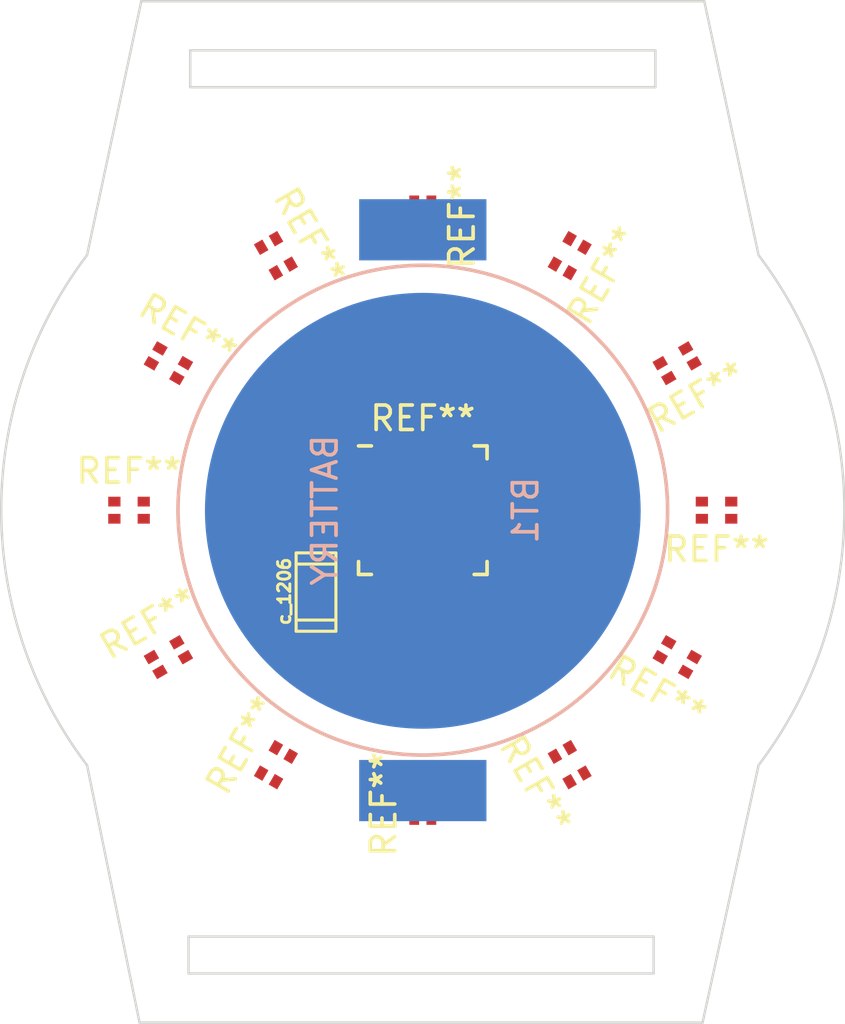
<source format=kicad_pcb>
(kicad_pcb (version 4) (host pcbnew "(2015-03-10 BZR 5502)-product")

  (general
    (links 0)
    (no_connects 0)
    (area -17.271501 -20.834001 17.271501 20.97499)
    (thickness 1.6)
    (drawings 22)
    (tracks 0)
    (zones 0)
    (modules 15)
    (nets 1)
  )

  (page A4)
  (layers
    (0 F.Cu signal)
    (31 B.Cu signal)
    (32 B.Adhes user)
    (33 F.Adhes user)
    (34 B.Paste user)
    (35 F.Paste user)
    (36 B.SilkS user)
    (37 F.SilkS user)
    (38 B.Mask user hide)
    (39 F.Mask user)
    (40 Dwgs.User user)
    (41 Cmts.User user hide)
    (42 Eco1.User user)
    (43 Eco2.User user)
    (44 Edge.Cuts user)
    (45 Margin user)
    (46 B.CrtYd user)
    (47 F.CrtYd user)
    (48 B.Fab user)
    (49 F.Fab user)
  )

  (setup
    (last_trace_width 0.254)
    (trace_clearance 0.254)
    (zone_clearance 0.2286)
    (zone_45_only no)
    (trace_min 0.254)
    (segment_width 0.1)
    (edge_width 0.1)
    (via_size 0.889)
    (via_drill 0.635)
    (via_min_size 0.889)
    (via_min_drill 0.508)
    (uvia_size 0.508)
    (uvia_drill 0.127)
    (uvias_allowed no)
    (uvia_min_size 0.508)
    (uvia_min_drill 0.127)
    (pcb_text_width 0.3)
    (pcb_text_size 1.5 1.5)
    (mod_edge_width 0.15)
    (mod_text_size 1 1)
    (mod_text_width 0.15)
    (pad_size 1.5 1.5)
    (pad_drill 0.6)
    (pad_to_mask_clearance 0)
    (aux_axis_origin 0 0)
    (grid_origin 56.388 53.594)
    (visible_elements FFFCFF7F)
    (pcbplotparams
      (layerselection 0x00030_80000001)
      (usegerberextensions false)
      (excludeedgelayer true)
      (linewidth 0.100000)
      (plotframeref false)
      (viasonmask false)
      (mode 1)
      (useauxorigin false)
      (hpglpennumber 1)
      (hpglpenspeed 20)
      (hpglpendiameter 15)
      (hpglpenoverlay 2)
      (psnegative false)
      (psa4output false)
      (plotreference true)
      (plotvalue true)
      (plotinvisibletext false)
      (padsonsilk false)
      (subtractmaskfromsilk false)
      (outputformat 1)
      (mirror false)
      (drillshape 0)
      (scaleselection 1)
      (outputdirectory ""))
  )

  (net 0 "")

  (net_class Default "This is the default net class."
    (clearance 0.254)
    (trace_width 0.254)
    (via_dia 0.889)
    (via_drill 0.635)
    (uvia_dia 0.508)
    (uvia_drill 0.127)
  )

  (module DUAL_LED (layer F.Cu) (tedit 550444CE) (tstamp 5502B1AB)
    (at -12 0 180)
    (fp_text reference REF** (at 0 1.6 180) (layer F.SilkS)
      (effects (font (size 1 1) (thickness 0.15)))
    )
    (fp_text value LED-0603 (at 0 -1.3 180) (layer F.Fab)
      (effects (font (size 1 1) (thickness 0.15)))
    )
    (pad 1 smd rect (at 0.6 0.35 180) (size 0.5 0.4) (layers F.Cu F.Paste F.Mask))
    (pad 3 smd rect (at 0.6 -0.35 180) (size 0.5 0.4) (layers F.Cu F.Paste F.Mask))
    (pad 4 smd rect (at -0.6 -0.35 180) (size 0.5 0.4) (layers F.Cu F.Paste F.Mask))
    (pad 2 smd rect (at -0.6 0.35 180) (size 0.5 0.4) (layers F.Cu F.Paste F.Mask))
    (model walter/smd_leds/led_0603.wrl
      (at (xyz 0 0 0))
      (scale (xyz 1 1 1))
      (rotate (xyz 0 0 0))
    )
  )

  (module bk-192:BATT (layer B.Cu) (tedit 55021415) (tstamp 5502B072)
    (at 0 0 270)
    (descr "CR2032 battery holder")
    (tags battery)
    (fp_text reference BT1 (at 0 -4.2 270) (layer B.SilkS)
      (effects (font (size 1 1) (thickness 0.15)) (justify mirror))
    )
    (fp_text value BATTERY (at 0 4 270) (layer B.SilkS)
      (effects (font (size 1 1) (thickness 0.15)) (justify mirror))
    )
    (fp_circle (center 0 0) (end 10 0) (layer B.SilkS) (width 0.15))
    (pad 1 smd circle (at 0.025 0 270) (size 17.8 17.8) (layers B.Cu B.Paste B.Mask))
    (pad 2 smd rect (at 11.45 0 270) (size 2.5 5.2) (layers B.Cu B.Paste B.Mask))
    (pad 2 smd rect (at -11.45 0 270) (size 2.5 5.2) (layers B.Cu B.Paste B.Mask))
    (model walter/bk-912.wrl
      (at (xyz 0 -0.213 0.17))
      (scale (xyz 0.4 0.4 0.4))
      (rotate (xyz -90 0 0))
    )
  )

  (module Housings_DFN_QFN:QFN-32-1EP_5x5mm_Pitch0.5mm (layer F.Cu) (tedit 54130A77) (tstamp 5502B0A6)
    (at 0 0)
    (descr "UH Package; 32-Lead Plastic QFN (5mm x 5mm); (see Linear Technology QFN_32_05-08-1693.pdf)")
    (tags "QFN 0.5")
    (attr smd)
    (fp_text reference REF** (at 0 -3.75) (layer F.SilkS)
      (effects (font (size 1 1) (thickness 0.15)))
    )
    (fp_text value QFN-32-1EP_5x5mm_Pitch0.5mm (at 0 3.75) (layer F.Fab)
      (effects (font (size 1 1) (thickness 0.15)))
    )
    (fp_line (start -3 -3) (end -3 3) (layer F.CrtYd) (width 0.05))
    (fp_line (start 3 -3) (end 3 3) (layer F.CrtYd) (width 0.05))
    (fp_line (start -3 -3) (end 3 -3) (layer F.CrtYd) (width 0.05))
    (fp_line (start -3 3) (end 3 3) (layer F.CrtYd) (width 0.05))
    (fp_line (start 2.625 -2.625) (end 2.625 -2.1) (layer F.SilkS) (width 0.15))
    (fp_line (start -2.625 2.625) (end -2.625 2.1) (layer F.SilkS) (width 0.15))
    (fp_line (start 2.625 2.625) (end 2.625 2.1) (layer F.SilkS) (width 0.15))
    (fp_line (start -2.625 -2.625) (end -2.1 -2.625) (layer F.SilkS) (width 0.15))
    (fp_line (start -2.625 2.625) (end -2.1 2.625) (layer F.SilkS) (width 0.15))
    (fp_line (start 2.625 2.625) (end 2.1 2.625) (layer F.SilkS) (width 0.15))
    (fp_line (start 2.625 -2.625) (end 2.1 -2.625) (layer F.SilkS) (width 0.15))
    (pad 1 smd rect (at -2.4 -1.75) (size 0.7 0.25) (layers F.Cu F.Paste F.Mask))
    (pad 2 smd rect (at -2.4 -1.25) (size 0.7 0.25) (layers F.Cu F.Paste F.Mask))
    (pad 3 smd rect (at -2.4 -0.75) (size 0.7 0.25) (layers F.Cu F.Paste F.Mask))
    (pad 4 smd rect (at -2.4 -0.25) (size 0.7 0.25) (layers F.Cu F.Paste F.Mask))
    (pad 5 smd rect (at -2.4 0.25) (size 0.7 0.25) (layers F.Cu F.Paste F.Mask))
    (pad 6 smd rect (at -2.4 0.75) (size 0.7 0.25) (layers F.Cu F.Paste F.Mask))
    (pad 7 smd rect (at -2.4 1.25) (size 0.7 0.25) (layers F.Cu F.Paste F.Mask))
    (pad 8 smd rect (at -2.4 1.75) (size 0.7 0.25) (layers F.Cu F.Paste F.Mask))
    (pad 9 smd rect (at -1.75 2.4 90) (size 0.7 0.25) (layers F.Cu F.Paste F.Mask))
    (pad 10 smd rect (at -1.25 2.4 90) (size 0.7 0.25) (layers F.Cu F.Paste F.Mask))
    (pad 11 smd rect (at -0.75 2.4 90) (size 0.7 0.25) (layers F.Cu F.Paste F.Mask))
    (pad 12 smd rect (at -0.25 2.4 90) (size 0.7 0.25) (layers F.Cu F.Paste F.Mask))
    (pad 13 smd rect (at 0.25 2.4 90) (size 0.7 0.25) (layers F.Cu F.Paste F.Mask))
    (pad 14 smd rect (at 0.75 2.4 90) (size 0.7 0.25) (layers F.Cu F.Paste F.Mask))
    (pad 15 smd rect (at 1.25 2.4 90) (size 0.7 0.25) (layers F.Cu F.Paste F.Mask))
    (pad 16 smd rect (at 1.75 2.4 90) (size 0.7 0.25) (layers F.Cu F.Paste F.Mask))
    (pad 17 smd rect (at 2.4 1.75) (size 0.7 0.25) (layers F.Cu F.Paste F.Mask))
    (pad 18 smd rect (at 2.4 1.25) (size 0.7 0.25) (layers F.Cu F.Paste F.Mask))
    (pad 19 smd rect (at 2.4 0.75) (size 0.7 0.25) (layers F.Cu F.Paste F.Mask))
    (pad 20 smd rect (at 2.4 0.25) (size 0.7 0.25) (layers F.Cu F.Paste F.Mask))
    (pad 21 smd rect (at 2.4 -0.25) (size 0.7 0.25) (layers F.Cu F.Paste F.Mask))
    (pad 22 smd rect (at 2.4 -0.75) (size 0.7 0.25) (layers F.Cu F.Paste F.Mask))
    (pad 23 smd rect (at 2.4 -1.25) (size 0.7 0.25) (layers F.Cu F.Paste F.Mask))
    (pad 24 smd rect (at 2.4 -1.75) (size 0.7 0.25) (layers F.Cu F.Paste F.Mask))
    (pad 25 smd rect (at 1.75 -2.4 90) (size 0.7 0.25) (layers F.Cu F.Paste F.Mask))
    (pad 26 smd rect (at 1.25 -2.4 90) (size 0.7 0.25) (layers F.Cu F.Paste F.Mask))
    (pad 27 smd rect (at 0.75 -2.4 90) (size 0.7 0.25) (layers F.Cu F.Paste F.Mask))
    (pad 28 smd rect (at 0.25 -2.4 90) (size 0.7 0.25) (layers F.Cu F.Paste F.Mask))
    (pad 29 smd rect (at -0.25 -2.4 90) (size 0.7 0.25) (layers F.Cu F.Paste F.Mask))
    (pad 30 smd rect (at -0.75 -2.4 90) (size 0.7 0.25) (layers F.Cu F.Paste F.Mask))
    (pad 31 smd rect (at -1.25 -2.4 90) (size 0.7 0.25) (layers F.Cu F.Paste F.Mask))
    (pad 32 smd rect (at -1.75 -2.4 90) (size 0.7 0.25) (layers F.Cu F.Paste F.Mask))
    (pad 33 smd rect (at 0.8625 0.8625) (size 1.725 1.725) (layers F.Cu F.Paste F.Mask)
      (solder_paste_margin_ratio -0.2))
    (pad 33 smd rect (at 0.8625 -0.8625) (size 1.725 1.725) (layers F.Cu F.Paste F.Mask)
      (solder_paste_margin_ratio -0.2))
    (pad 33 smd rect (at -0.8625 0.8625) (size 1.725 1.725) (layers F.Cu F.Paste F.Mask)
      (solder_paste_margin_ratio -0.2))
    (pad 33 smd rect (at -0.8625 -0.8625) (size 1.725 1.725) (layers F.Cu F.Paste F.Mask)
      (solder_paste_margin_ratio -0.2))
    (model Housings_DFN_QFN/QFN-32-1EP_5x5mm_Pitch0.5mm.wrl
      (at (xyz 0 0 0))
      (scale (xyz 1 1 1))
      (rotate (xyz 0 0 0))
    )
  )

  (module w_smd_cap:c_1206 (layer F.Cu) (tedit 0) (tstamp 55043EF8)
    (at -4.362 3.344 90)
    (descr "SMT capacitor, 1206")
    (fp_text reference c_1206 (at 0.0254 -1.2954 90) (layer F.SilkS)
      (effects (font (size 0.50038 0.50038) (thickness 0.11938)))
    )
    (fp_text value C*** (at 0 1.27 90) (layer F.SilkS) hide
      (effects (font (size 0.50038 0.50038) (thickness 0.11938)))
    )
    (fp_line (start 1.143 0.8128) (end 1.143 -0.8128) (layer F.SilkS) (width 0.127))
    (fp_line (start -1.143 -0.8128) (end -1.143 0.8128) (layer F.SilkS) (width 0.127))
    (fp_line (start -1.6002 -0.8128) (end -1.6002 0.8128) (layer F.SilkS) (width 0.127))
    (fp_line (start -1.6002 0.8128) (end 1.6002 0.8128) (layer F.SilkS) (width 0.127))
    (fp_line (start 1.6002 0.8128) (end 1.6002 -0.8128) (layer F.SilkS) (width 0.127))
    (fp_line (start 1.6002 -0.8128) (end -1.6002 -0.8128) (layer F.SilkS) (width 0.127))
    (pad 1 smd rect (at 1.397 0 90) (size 1.6002 1.8034) (layers F.Cu F.Paste F.Mask))
    (pad 2 smd rect (at -1.397 0 90) (size 1.6002 1.8034) (layers F.Cu F.Paste F.Mask))
    (model walter/smd_cap/c_1206.wrl
      (at (xyz 0 0 0))
      (scale (xyz 1 1 1))
      (rotate (xyz 0 0 0))
    )
  )

  (module w_smd_leds:DUAL_LED (layer F.Cu) (tedit 550444CE) (tstamp 5502B0E0)
    (at 12 0)
    (fp_text reference REF** (at 0 1.6) (layer F.SilkS)
      (effects (font (size 1 1) (thickness 0.15)))
    )
    (fp_text value LED-0603 (at 0 -1.3) (layer F.Fab)
      (effects (font (size 1 1) (thickness 0.15)))
    )
    (pad 1 smd rect (at 0.6 0.35) (size 0.5 0.4) (layers F.Cu F.Paste F.Mask))
    (pad 3 smd rect (at 0.6 -0.35) (size 0.5 0.4) (layers F.Cu F.Paste F.Mask))
    (pad 4 smd rect (at -0.6 -0.35) (size 0.5 0.4) (layers F.Cu F.Paste F.Mask))
    (pad 2 smd rect (at -0.6 0.35) (size 0.5 0.4) (layers F.Cu F.Paste F.Mask))
    (model walter/smd_leds/led_0603.wrl
      (at (xyz 0 0 0))
      (scale (xyz 1 1 1))
      (rotate (xyz 0 0 0))
    )
  )

  (module w_smd_leds:DUAL_LED (layer F.Cu) (tedit 550444CE) (tstamp 5502B0FD)
    (at 0 -12 90)
    (fp_text reference REF** (at 0 1.6 90) (layer F.SilkS)
      (effects (font (size 1 1) (thickness 0.15)))
    )
    (fp_text value LED-0603 (at 0 -1.3 90) (layer F.Fab)
      (effects (font (size 1 1) (thickness 0.15)))
    )
    (pad 1 smd rect (at 0.6 0.35 90) (size 0.5 0.4) (layers F.Cu F.Paste F.Mask))
    (pad 3 smd rect (at 0.6 -0.35 90) (size 0.5 0.4) (layers F.Cu F.Paste F.Mask))
    (pad 4 smd rect (at -0.6 -0.35 90) (size 0.5 0.4) (layers F.Cu F.Paste F.Mask))
    (pad 2 smd rect (at -0.6 0.35 90) (size 0.5 0.4) (layers F.Cu F.Paste F.Mask))
    (model walter/smd_leds/led_0603.wrl
      (at (xyz 0 0 0))
      (scale (xyz 1 1 1))
      (rotate (xyz 0 0 0))
    )
  )

  (module w_smd_leds:DUAL_LED (layer F.Cu) (tedit 550444CE) (tstamp 5502B154)
    (at 0 12 270)
    (fp_text reference REF** (at 0 1.6 270) (layer F.SilkS)
      (effects (font (size 1 1) (thickness 0.15)))
    )
    (fp_text value LED-0603 (at 0 -1.3 270) (layer F.Fab)
      (effects (font (size 1 1) (thickness 0.15)))
    )
    (pad 1 smd rect (at 0.6 0.35 270) (size 0.5 0.4) (layers F.Cu F.Paste F.Mask))
    (pad 3 smd rect (at 0.6 -0.35 270) (size 0.5 0.4) (layers F.Cu F.Paste F.Mask))
    (pad 4 smd rect (at -0.6 -0.35 270) (size 0.5 0.4) (layers F.Cu F.Paste F.Mask))
    (pad 2 smd rect (at -0.6 0.35 270) (size 0.5 0.4) (layers F.Cu F.Paste F.Mask))
    (model walter/smd_leds/led_0603.wrl
      (at (xyz 0 0 0))
      (scale (xyz 1 1 1))
      (rotate (xyz 0 0 0))
    )
  )

  (module w_smd_leds:DUAL_LED (layer F.Cu) (tedit 550444CE) (tstamp 5502B11A)
    (at 5.999999 -10.392305 60)
    (fp_text reference REF** (at 0 1.6 60) (layer F.SilkS)
      (effects (font (size 1 1) (thickness 0.15)))
    )
    (fp_text value LED-0603 (at 0 -1.3 60) (layer F.Fab)
      (effects (font (size 1 1) (thickness 0.15)))
    )
    (pad 1 smd rect (at 0.6 0.35 60) (size 0.5 0.4) (layers F.Cu F.Paste F.Mask))
    (pad 3 smd rect (at 0.6 -0.35 60) (size 0.5 0.4) (layers F.Cu F.Paste F.Mask))
    (pad 4 smd rect (at -0.6 -0.35 60) (size 0.5 0.4) (layers F.Cu F.Paste F.Mask))
    (pad 2 smd rect (at -0.6 0.35 60) (size 0.5 0.4) (layers F.Cu F.Paste F.Mask))
    (model walter/smd_leds/led_0603.wrl
      (at (xyz 0 0 0))
      (scale (xyz 1 1 1))
      (rotate (xyz 0 0 0))
    )
  )

  (module w_smd_leds:DUAL_LED (layer F.Cu) (tedit 550444CE) (tstamp 5502B0C3)
    (at 10.392305 -6 30)
    (fp_text reference REF** (at 0 1.6 30) (layer F.SilkS)
      (effects (font (size 1 1) (thickness 0.15)))
    )
    (fp_text value LED-0603 (at 0 -1.3 30) (layer F.Fab)
      (effects (font (size 1 1) (thickness 0.15)))
    )
    (pad 1 smd rect (at 0.6 0.35 30) (size 0.5 0.4) (layers F.Cu F.Paste F.Mask))
    (pad 3 smd rect (at 0.6 -0.35 30) (size 0.5 0.4) (layers F.Cu F.Paste F.Mask))
    (pad 4 smd rect (at -0.6 -0.35 30) (size 0.5 0.4) (layers F.Cu F.Paste F.Mask))
    (pad 2 smd rect (at -0.6 0.35 30) (size 0.5 0.4) (layers F.Cu F.Paste F.Mask))
    (model walter/smd_leds/led_0603.wrl
      (at (xyz 0 0 0))
      (scale (xyz 1 1 1))
      (rotate (xyz 0 0 0))
    )
  )

  (module w_smd_leds:DUAL_LED (layer F.Cu) (tedit 550444CE) (tstamp 5502B202)
    (at -10.392305 6 210)
    (fp_text reference REF** (at 0 1.6 210) (layer F.SilkS)
      (effects (font (size 1 1) (thickness 0.15)))
    )
    (fp_text value LED-0603 (at 0 -1.3 210) (layer F.Fab)
      (effects (font (size 1 1) (thickness 0.15)))
    )
    (pad 1 smd rect (at 0.6 0.35 210) (size 0.5 0.4) (layers F.Cu F.Paste F.Mask))
    (pad 3 smd rect (at 0.6 -0.35 210) (size 0.5 0.4) (layers F.Cu F.Paste F.Mask))
    (pad 4 smd rect (at -0.6 -0.35 210) (size 0.5 0.4) (layers F.Cu F.Paste F.Mask))
    (pad 2 smd rect (at -0.6 0.35 210) (size 0.5 0.4) (layers F.Cu F.Paste F.Mask))
    (model walter/smd_leds/led_0603.wrl
      (at (xyz 0 0 0))
      (scale (xyz 1 1 1))
      (rotate (xyz 0 0 0))
    )
  )

  (module w_smd_leds:DUAL_LED (layer F.Cu) (tedit 550444CE) (tstamp 5502B171)
    (at -5.999999 10.392305 240)
    (fp_text reference REF** (at 0 1.6 240) (layer F.SilkS)
      (effects (font (size 1 1) (thickness 0.15)))
    )
    (fp_text value LED-0603 (at 0 -1.3 240) (layer F.Fab)
      (effects (font (size 1 1) (thickness 0.15)))
    )
    (pad 1 smd rect (at 0.6 0.35 240) (size 0.5 0.4) (layers F.Cu F.Paste F.Mask))
    (pad 3 smd rect (at 0.6 -0.35 240) (size 0.5 0.4) (layers F.Cu F.Paste F.Mask))
    (pad 4 smd rect (at -0.6 -0.35 240) (size 0.5 0.4) (layers F.Cu F.Paste F.Mask))
    (pad 2 smd rect (at -0.6 0.35 240) (size 0.5 0.4) (layers F.Cu F.Paste F.Mask))
    (model walter/smd_leds/led_0603.wrl
      (at (xyz 0 0 0))
      (scale (xyz 1 1 1))
      (rotate (xyz 0 0 0))
    )
  )

  (module w_smd_leds:DUAL_LED (layer F.Cu) (tedit 550444CE) (tstamp 5502B1C8)
    (at -5.999999 -10.392305 120)
    (fp_text reference REF** (at 0 1.6 120) (layer F.SilkS)
      (effects (font (size 1 1) (thickness 0.15)))
    )
    (fp_text value LED-0603 (at 0 -1.3 120) (layer F.Fab)
      (effects (font (size 1 1) (thickness 0.15)))
    )
    (pad 1 smd rect (at 0.6 0.35 120) (size 0.5 0.4) (layers F.Cu F.Paste F.Mask))
    (pad 3 smd rect (at 0.6 -0.35 120) (size 0.5 0.4) (layers F.Cu F.Paste F.Mask))
    (pad 4 smd rect (at -0.6 -0.35 120) (size 0.5 0.4) (layers F.Cu F.Paste F.Mask))
    (pad 2 smd rect (at -0.6 0.35 120) (size 0.5 0.4) (layers F.Cu F.Paste F.Mask))
    (model walter/smd_leds/led_0603.wrl
      (at (xyz 0 0 0))
      (scale (xyz 1 1 1))
      (rotate (xyz 0 0 0))
    )
  )

  (module w_smd_leds:DUAL_LED (layer F.Cu) (tedit 550444CE) (tstamp 5502B1E5)
    (at -10.392305 -6 150)
    (fp_text reference REF** (at 0 1.6 150) (layer F.SilkS)
      (effects (font (size 1 1) (thickness 0.15)))
    )
    (fp_text value LED-0603 (at 0 -1.3 150) (layer F.Fab)
      (effects (font (size 1 1) (thickness 0.15)))
    )
    (pad 1 smd rect (at 0.6 0.35 150) (size 0.5 0.4) (layers F.Cu F.Paste F.Mask))
    (pad 3 smd rect (at 0.6 -0.35 150) (size 0.5 0.4) (layers F.Cu F.Paste F.Mask))
    (pad 4 smd rect (at -0.6 -0.35 150) (size 0.5 0.4) (layers F.Cu F.Paste F.Mask))
    (pad 2 smd rect (at -0.6 0.35 150) (size 0.5 0.4) (layers F.Cu F.Paste F.Mask))
    (model walter/smd_leds/led_0603.wrl
      (at (xyz 0 0 0))
      (scale (xyz 1 1 1))
      (rotate (xyz 0 0 0))
    )
  )

  (module w_smd_leds:DUAL_LED (layer F.Cu) (tedit 550444CE) (tstamp 5502B18E)
    (at 10.392305 6 330)
    (fp_text reference REF** (at 0 1.6 330) (layer F.SilkS)
      (effects (font (size 1 1) (thickness 0.15)))
    )
    (fp_text value LED-0603 (at 0 -1.3 330) (layer F.Fab)
      (effects (font (size 1 1) (thickness 0.15)))
    )
    (pad 1 smd rect (at 0.6 0.35 330) (size 0.5 0.4) (layers F.Cu F.Paste F.Mask))
    (pad 3 smd rect (at 0.6 -0.35 330) (size 0.5 0.4) (layers F.Cu F.Paste F.Mask))
    (pad 4 smd rect (at -0.6 -0.35 330) (size 0.5 0.4) (layers F.Cu F.Paste F.Mask))
    (pad 2 smd rect (at -0.6 0.35 330) (size 0.5 0.4) (layers F.Cu F.Paste F.Mask))
    (model walter/smd_leds/led_0603.wrl
      (at (xyz 0 0 0))
      (scale (xyz 1 1 1))
      (rotate (xyz 0 0 0))
    )
  )

  (module w_smd_leds:DUAL_LED (layer F.Cu) (tedit 550444CE) (tstamp 5502B137)
    (at 5.999999 10.392305 300)
    (fp_text reference REF** (at 0 1.6 300) (layer F.SilkS)
      (effects (font (size 1 1) (thickness 0.15)))
    )
    (fp_text value LED-0603 (at 0 -1.3 300) (layer F.Fab)
      (effects (font (size 1 1) (thickness 0.15)))
    )
    (pad 1 smd rect (at 0.6 0.35 300) (size 0.5 0.4) (layers F.Cu F.Paste F.Mask))
    (pad 3 smd rect (at 0.6 -0.35 300) (size 0.5 0.4) (layers F.Cu F.Paste F.Mask))
    (pad 4 smd rect (at -0.6 -0.35 300) (size 0.5 0.4) (layers F.Cu F.Paste F.Mask))
    (pad 2 smd rect (at -0.6 0.35 300) (size 0.5 0.4) (layers F.Cu F.Paste F.Mask))
    (model walter/smd_leds/led_0603.wrl
      (at (xyz 0 0 0))
      (scale (xyz 1 1 1))
      (rotate (xyz 0 0 0))
    )
  )

  (gr_line (start -11.570479 20.924989) (end -13.716 10.414) (layer Edge.Cuts) (width 0.1) (tstamp 5503F0C0))
  (gr_line (start 11.429521 20.924989) (end 13.716 10.414) (layer Edge.Cuts) (width 0.1) (tstamp 5503F0BF))
  (gr_line (start -11.570479 20.924989) (end 11.429521 20.924989) (layer Edge.Cuts) (width 0.1) (tstamp 5503F0BE))
  (gr_line (start 9.429521 18.918989) (end -9.570479 18.918989) (angle 90) (layer Edge.Cuts) (width 0.1) (tstamp 5503F0BD))
  (gr_line (start -9.570479 17.412989) (end -9.570479 18.918989) (angle 90) (layer Edge.Cuts) (width 0.1) (tstamp 5503F0BC))
  (gr_line (start 9.429521 17.418989) (end 9.429521 18.918989) (angle 90) (layer Edge.Cuts) (width 0.1) (tstamp 5503F0BB))
  (gr_line (start -9.570479 17.412989) (end 9.429521 17.412989) (angle 90) (layer Edge.Cuts) (width 0.1) (tstamp 5503F0BA))
  (gr_arc (start 0 0) (end -13.716 10.414) (angle 74.41584384) (layer Edge.Cuts) (width 0.1))
  (gr_arc (start 0 0) (end 13.716 -10.414) (angle 74.41584384) (layer Edge.Cuts) (width 0.1))
  (gr_circle (center 0 0) (end 15.24 -8.128) (layer Cmts.User) (width 0.1))
  (gr_line (start 9.5 -17.272) (end -9.5 -17.272) (angle 90) (layer Edge.Cuts) (width 0.1) (tstamp 5503ECB0))
  (gr_line (start 9.5 -17.272) (end 9.5 -18.778) (angle 90) (layer Edge.Cuts) (width 0.1) (tstamp 5503ECD9))
  (gr_line (start -9.5 -18.778) (end 9.5 -18.778) (angle 90) (layer Edge.Cuts) (width 0.1) (tstamp 5502AEE6))
  (gr_line (start -9.5 -17.278) (end -9.5 -18.778) (angle 90) (layer Edge.Cuts) (width 0.1) (tstamp 5502AEE7))
  (gr_line (start -11.5 -20.784) (end -13.716 -10.414) (layer Edge.Cuts) (width 0.1) (tstamp 5502AEE8))
  (gr_line (start 11.5 -20.784) (end 13.716 -10.414) (layer Edge.Cuts) (width 0.1) (tstamp 5503E2C5))
  (gr_line (start 11.5 -20.784) (end -11.5 -20.784) (layer Edge.Cuts) (width 0.1) (tstamp 5502AEEA))
  (dimension 35.052 (width 0.3) (layer Cmts.User) (tstamp 5502AEE1)
    (gr_text "35,052 mm" (at 0 22.178) (layer Cmts.User) (tstamp 5502AEE2)
      (effects (font (size 1.5 1.5) (thickness 0.3)))
    )
    (feature1 (pts (xy 17.526 0) (xy 17.526 23.528)))
    (feature2 (pts (xy -17.526 0) (xy -17.526 23.528)))
    (crossbar (pts (xy -17.526 20.828) (xy 17.526 20.828)))
    (arrow1a (pts (xy 17.526 20.828) (xy 16.399496 21.414421)))
    (arrow1b (pts (xy 17.526 20.828) (xy 16.399496 20.241579)))
    (arrow2a (pts (xy -17.526 20.828) (xy -16.399496 21.414421)))
    (arrow2b (pts (xy -17.526 20.828) (xy -16.399496 20.241579)))
  )
  (gr_line (start 0 0) (end 0 0.635) (angle 90) (layer Cmts.User) (width 0.1) (tstamp 5502AEDF))
  (gr_line (start 0 0) (end -0.889 0) (angle 90) (layer Cmts.User) (width 0.1) (tstamp 5502AEE3))
  (gr_line (start 0 0) (end 0 -0.762) (angle 90) (layer Cmts.User) (width 0.1) (tstamp 5502AEE0))
  (gr_line (start 0 0) (end 0.762 0) (angle 90) (layer Cmts.User) (width 0.1) (tstamp 5502AEE4))

)

</source>
